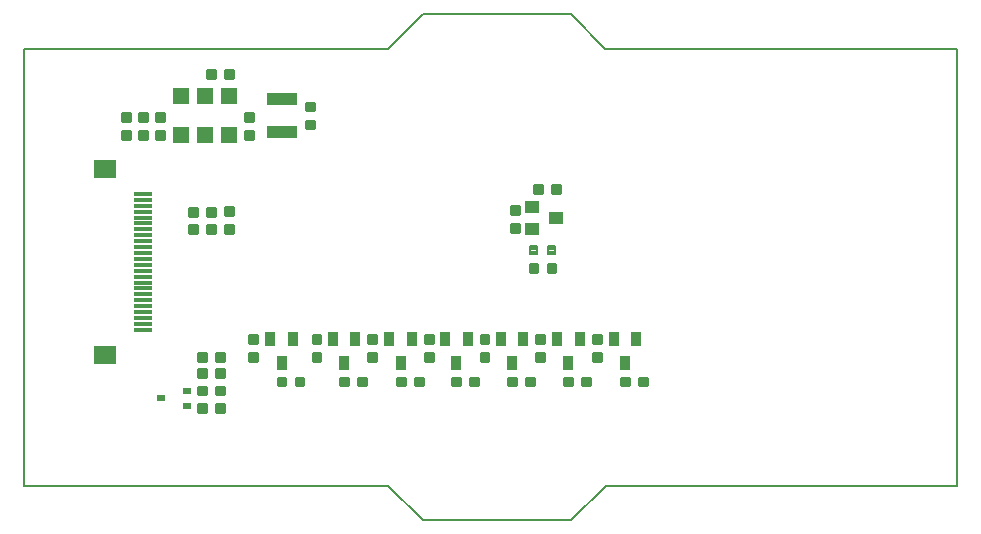
<source format=gtp>
G75*
%MOIN*%
%OFA0B0*%
%FSLAX25Y25*%
%IPPOS*%
%LPD*%
%AMOC8*
5,1,8,0,0,1.08239X$1,22.5*
%
%ADD10C,0.00600*%
%ADD11C,0.00875*%
%ADD12R,0.05500X0.05500*%
%ADD13C,0.00750*%
%ADD14R,0.06299X0.01181*%
%ADD15R,0.07677X0.06299*%
%ADD16R,0.09843X0.03937*%
%ADD17R,0.03150X0.01969*%
%ADD18R,0.03500X0.04500*%
%ADD19R,0.04500X0.04000*%
D10*
X0008065Y0019400D02*
X0008065Y0165069D01*
X0129265Y0165069D01*
X0140865Y0176669D01*
X0190365Y0176669D01*
X0201665Y0165069D01*
X0319089Y0165069D01*
X0319089Y0019400D01*
X0201965Y0019400D01*
X0190365Y0007800D01*
X0140865Y0007800D01*
X0129265Y0019400D01*
X0008065Y0019400D01*
D11*
X0066113Y0046708D02*
X0068739Y0046708D01*
X0068739Y0044082D01*
X0066113Y0044082D01*
X0066113Y0046708D01*
X0066113Y0044956D02*
X0068739Y0044956D01*
X0068739Y0045830D02*
X0066113Y0045830D01*
X0066113Y0046704D02*
X0068739Y0046704D01*
X0072113Y0046708D02*
X0074739Y0046708D01*
X0074739Y0044082D01*
X0072113Y0044082D01*
X0072113Y0046708D01*
X0072113Y0044956D02*
X0074739Y0044956D01*
X0074739Y0045830D02*
X0072113Y0045830D01*
X0072113Y0046704D02*
X0074739Y0046704D01*
X0074739Y0052408D02*
X0072113Y0052408D01*
X0074739Y0052408D02*
X0074739Y0049782D01*
X0072113Y0049782D01*
X0072113Y0052408D01*
X0072113Y0050656D02*
X0074739Y0050656D01*
X0074739Y0051530D02*
X0072113Y0051530D01*
X0072113Y0052404D02*
X0074739Y0052404D01*
X0074739Y0058108D02*
X0072113Y0058108D01*
X0074739Y0058108D02*
X0074739Y0055482D01*
X0072113Y0055482D01*
X0072113Y0058108D01*
X0072113Y0056356D02*
X0074739Y0056356D01*
X0074739Y0057230D02*
X0072113Y0057230D01*
X0072113Y0058104D02*
X0074739Y0058104D01*
X0074739Y0063708D02*
X0072113Y0063708D01*
X0074739Y0063708D02*
X0074739Y0061082D01*
X0072113Y0061082D01*
X0072113Y0063708D01*
X0072113Y0061956D02*
X0074739Y0061956D01*
X0074739Y0062830D02*
X0072113Y0062830D01*
X0072113Y0063704D02*
X0074739Y0063704D01*
X0068739Y0063708D02*
X0066113Y0063708D01*
X0068739Y0063708D02*
X0068739Y0061082D01*
X0066113Y0061082D01*
X0066113Y0063708D01*
X0066113Y0061956D02*
X0068739Y0061956D01*
X0068739Y0062830D02*
X0066113Y0062830D01*
X0066113Y0063704D02*
X0068739Y0063704D01*
X0068739Y0058108D02*
X0066113Y0058108D01*
X0068739Y0058108D02*
X0068739Y0055482D01*
X0066113Y0055482D01*
X0066113Y0058108D01*
X0066113Y0056356D02*
X0068739Y0056356D01*
X0068739Y0057230D02*
X0066113Y0057230D01*
X0066113Y0058104D02*
X0068739Y0058104D01*
X0068739Y0052408D02*
X0066113Y0052408D01*
X0068739Y0052408D02*
X0068739Y0049782D01*
X0066113Y0049782D01*
X0066113Y0052408D01*
X0066113Y0050656D02*
X0068739Y0050656D01*
X0068739Y0051530D02*
X0066113Y0051530D01*
X0066113Y0052404D02*
X0068739Y0052404D01*
X0082957Y0060848D02*
X0082957Y0063474D01*
X0085583Y0063474D01*
X0085583Y0060848D01*
X0082957Y0060848D01*
X0082957Y0061722D02*
X0085583Y0061722D01*
X0085583Y0062596D02*
X0082957Y0062596D01*
X0082957Y0063470D02*
X0085583Y0063470D01*
X0082957Y0066848D02*
X0082957Y0069474D01*
X0085583Y0069474D01*
X0085583Y0066848D01*
X0082957Y0066848D01*
X0082957Y0067722D02*
X0085583Y0067722D01*
X0085583Y0068596D02*
X0082957Y0068596D01*
X0082957Y0069470D02*
X0085583Y0069470D01*
X0104157Y0069474D02*
X0104157Y0066848D01*
X0104157Y0069474D02*
X0106783Y0069474D01*
X0106783Y0066848D01*
X0104157Y0066848D01*
X0104157Y0067722D02*
X0106783Y0067722D01*
X0106783Y0068596D02*
X0104157Y0068596D01*
X0104157Y0069470D02*
X0106783Y0069470D01*
X0104157Y0063474D02*
X0104157Y0060848D01*
X0104157Y0063474D02*
X0106783Y0063474D01*
X0106783Y0060848D01*
X0104157Y0060848D01*
X0104157Y0061722D02*
X0106783Y0061722D01*
X0106783Y0062596D02*
X0104157Y0062596D01*
X0104157Y0063470D02*
X0106783Y0063470D01*
X0101117Y0052792D02*
X0098491Y0052792D01*
X0098491Y0055418D01*
X0101117Y0055418D01*
X0101117Y0052792D01*
X0101117Y0053666D02*
X0098491Y0053666D01*
X0098491Y0054540D02*
X0101117Y0054540D01*
X0101117Y0055414D02*
X0098491Y0055414D01*
X0095117Y0052792D02*
X0092491Y0052792D01*
X0092491Y0055418D01*
X0095117Y0055418D01*
X0095117Y0052792D01*
X0095117Y0053666D02*
X0092491Y0053666D01*
X0092491Y0054540D02*
X0095117Y0054540D01*
X0095117Y0055414D02*
X0092491Y0055414D01*
X0113291Y0052792D02*
X0115917Y0052792D01*
X0113291Y0052792D02*
X0113291Y0055418D01*
X0115917Y0055418D01*
X0115917Y0052792D01*
X0115917Y0053666D02*
X0113291Y0053666D01*
X0113291Y0054540D02*
X0115917Y0054540D01*
X0115917Y0055414D02*
X0113291Y0055414D01*
X0119291Y0052792D02*
X0121917Y0052792D01*
X0119291Y0052792D02*
X0119291Y0055418D01*
X0121917Y0055418D01*
X0121917Y0052792D01*
X0121917Y0053666D02*
X0119291Y0053666D01*
X0119291Y0054540D02*
X0121917Y0054540D01*
X0121917Y0055414D02*
X0119291Y0055414D01*
X0122757Y0060848D02*
X0122757Y0063474D01*
X0125383Y0063474D01*
X0125383Y0060848D01*
X0122757Y0060848D01*
X0122757Y0061722D02*
X0125383Y0061722D01*
X0125383Y0062596D02*
X0122757Y0062596D01*
X0122757Y0063470D02*
X0125383Y0063470D01*
X0122757Y0066848D02*
X0122757Y0069474D01*
X0125383Y0069474D01*
X0125383Y0066848D01*
X0122757Y0066848D01*
X0122757Y0067722D02*
X0125383Y0067722D01*
X0125383Y0068596D02*
X0122757Y0068596D01*
X0122757Y0069470D02*
X0125383Y0069470D01*
X0141657Y0069474D02*
X0141657Y0066848D01*
X0141657Y0069474D02*
X0144283Y0069474D01*
X0144283Y0066848D01*
X0141657Y0066848D01*
X0141657Y0067722D02*
X0144283Y0067722D01*
X0144283Y0068596D02*
X0141657Y0068596D01*
X0141657Y0069470D02*
X0144283Y0069470D01*
X0141657Y0063474D02*
X0141657Y0060848D01*
X0141657Y0063474D02*
X0144283Y0063474D01*
X0144283Y0060848D01*
X0141657Y0060848D01*
X0141657Y0061722D02*
X0144283Y0061722D01*
X0144283Y0062596D02*
X0141657Y0062596D01*
X0141657Y0063470D02*
X0144283Y0063470D01*
X0140817Y0052792D02*
X0138191Y0052792D01*
X0138191Y0055418D01*
X0140817Y0055418D01*
X0140817Y0052792D01*
X0140817Y0053666D02*
X0138191Y0053666D01*
X0138191Y0054540D02*
X0140817Y0054540D01*
X0140817Y0055414D02*
X0138191Y0055414D01*
X0134817Y0052792D02*
X0132191Y0052792D01*
X0132191Y0055418D01*
X0134817Y0055418D01*
X0134817Y0052792D01*
X0134817Y0053666D02*
X0132191Y0053666D01*
X0132191Y0054540D02*
X0134817Y0054540D01*
X0134817Y0055414D02*
X0132191Y0055414D01*
X0150791Y0052792D02*
X0153417Y0052792D01*
X0150791Y0052792D02*
X0150791Y0055418D01*
X0153417Y0055418D01*
X0153417Y0052792D01*
X0153417Y0053666D02*
X0150791Y0053666D01*
X0150791Y0054540D02*
X0153417Y0054540D01*
X0153417Y0055414D02*
X0150791Y0055414D01*
X0156791Y0052792D02*
X0159417Y0052792D01*
X0156791Y0052792D02*
X0156791Y0055418D01*
X0159417Y0055418D01*
X0159417Y0052792D01*
X0159417Y0053666D02*
X0156791Y0053666D01*
X0156791Y0054540D02*
X0159417Y0054540D01*
X0159417Y0055414D02*
X0156791Y0055414D01*
X0160157Y0060848D02*
X0160157Y0063474D01*
X0162783Y0063474D01*
X0162783Y0060848D01*
X0160157Y0060848D01*
X0160157Y0061722D02*
X0162783Y0061722D01*
X0162783Y0062596D02*
X0160157Y0062596D01*
X0160157Y0063470D02*
X0162783Y0063470D01*
X0160157Y0066848D02*
X0160157Y0069474D01*
X0162783Y0069474D01*
X0162783Y0066848D01*
X0160157Y0066848D01*
X0160157Y0067722D02*
X0162783Y0067722D01*
X0162783Y0068596D02*
X0160157Y0068596D01*
X0160157Y0069470D02*
X0162783Y0069470D01*
X0178757Y0069474D02*
X0178757Y0066848D01*
X0178757Y0069474D02*
X0181383Y0069474D01*
X0181383Y0066848D01*
X0178757Y0066848D01*
X0178757Y0067722D02*
X0181383Y0067722D01*
X0181383Y0068596D02*
X0178757Y0068596D01*
X0178757Y0069470D02*
X0181383Y0069470D01*
X0178757Y0063474D02*
X0178757Y0060848D01*
X0178757Y0063474D02*
X0181383Y0063474D01*
X0181383Y0060848D01*
X0178757Y0060848D01*
X0178757Y0061722D02*
X0181383Y0061722D01*
X0181383Y0062596D02*
X0178757Y0062596D01*
X0178757Y0063470D02*
X0181383Y0063470D01*
X0178017Y0052792D02*
X0175391Y0052792D01*
X0175391Y0055418D01*
X0178017Y0055418D01*
X0178017Y0052792D01*
X0178017Y0053666D02*
X0175391Y0053666D01*
X0175391Y0054540D02*
X0178017Y0054540D01*
X0178017Y0055414D02*
X0175391Y0055414D01*
X0172017Y0052792D02*
X0169391Y0052792D01*
X0169391Y0055418D01*
X0172017Y0055418D01*
X0172017Y0052792D01*
X0172017Y0053666D02*
X0169391Y0053666D01*
X0169391Y0054540D02*
X0172017Y0054540D01*
X0172017Y0055414D02*
X0169391Y0055414D01*
X0188091Y0052792D02*
X0190717Y0052792D01*
X0188091Y0052792D02*
X0188091Y0055418D01*
X0190717Y0055418D01*
X0190717Y0052792D01*
X0190717Y0053666D02*
X0188091Y0053666D01*
X0188091Y0054540D02*
X0190717Y0054540D01*
X0190717Y0055414D02*
X0188091Y0055414D01*
X0194091Y0052792D02*
X0196717Y0052792D01*
X0194091Y0052792D02*
X0194091Y0055418D01*
X0196717Y0055418D01*
X0196717Y0052792D01*
X0196717Y0053666D02*
X0194091Y0053666D01*
X0194091Y0054540D02*
X0196717Y0054540D01*
X0196717Y0055414D02*
X0194091Y0055414D01*
X0197557Y0060848D02*
X0197557Y0063474D01*
X0200183Y0063474D01*
X0200183Y0060848D01*
X0197557Y0060848D01*
X0197557Y0061722D02*
X0200183Y0061722D01*
X0200183Y0062596D02*
X0197557Y0062596D01*
X0197557Y0063470D02*
X0200183Y0063470D01*
X0197557Y0066848D02*
X0197557Y0069474D01*
X0200183Y0069474D01*
X0200183Y0066848D01*
X0197557Y0066848D01*
X0197557Y0067722D02*
X0200183Y0067722D01*
X0200183Y0068596D02*
X0197557Y0068596D01*
X0197557Y0069470D02*
X0200183Y0069470D01*
X0206891Y0052792D02*
X0209517Y0052792D01*
X0206891Y0052792D02*
X0206891Y0055418D01*
X0209517Y0055418D01*
X0209517Y0052792D01*
X0209517Y0053666D02*
X0206891Y0053666D01*
X0206891Y0054540D02*
X0209517Y0054540D01*
X0209517Y0055414D02*
X0206891Y0055414D01*
X0212891Y0052792D02*
X0215517Y0052792D01*
X0212891Y0052792D02*
X0212891Y0055418D01*
X0215517Y0055418D01*
X0215517Y0052792D01*
X0215517Y0053666D02*
X0212891Y0053666D01*
X0212891Y0054540D02*
X0215517Y0054540D01*
X0215517Y0055414D02*
X0212891Y0055414D01*
X0185117Y0090492D02*
X0182491Y0090492D01*
X0182491Y0093118D01*
X0185117Y0093118D01*
X0185117Y0090492D01*
X0185117Y0091366D02*
X0182491Y0091366D01*
X0182491Y0092240D02*
X0185117Y0092240D01*
X0185117Y0093114D02*
X0182491Y0093114D01*
X0179117Y0090492D02*
X0176491Y0090492D01*
X0176491Y0093118D01*
X0179117Y0093118D01*
X0179117Y0090492D01*
X0179117Y0091366D02*
X0176491Y0091366D01*
X0176491Y0092240D02*
X0179117Y0092240D01*
X0179117Y0093114D02*
X0176491Y0093114D01*
X0170357Y0104048D02*
X0170357Y0106674D01*
X0172983Y0106674D01*
X0172983Y0104048D01*
X0170357Y0104048D01*
X0170357Y0104922D02*
X0172983Y0104922D01*
X0172983Y0105796D02*
X0170357Y0105796D01*
X0170357Y0106670D02*
X0172983Y0106670D01*
X0170357Y0110048D02*
X0170357Y0112674D01*
X0172983Y0112674D01*
X0172983Y0110048D01*
X0170357Y0110048D01*
X0170357Y0110922D02*
X0172983Y0110922D01*
X0172983Y0111796D02*
X0170357Y0111796D01*
X0170357Y0112670D02*
X0172983Y0112670D01*
X0178091Y0116892D02*
X0180717Y0116892D01*
X0178091Y0116892D02*
X0178091Y0119518D01*
X0180717Y0119518D01*
X0180717Y0116892D01*
X0180717Y0117766D02*
X0178091Y0117766D01*
X0178091Y0118640D02*
X0180717Y0118640D01*
X0180717Y0119514D02*
X0178091Y0119514D01*
X0184091Y0116892D02*
X0186717Y0116892D01*
X0184091Y0116892D02*
X0184091Y0119518D01*
X0186717Y0119518D01*
X0186717Y0116892D01*
X0186717Y0117766D02*
X0184091Y0117766D01*
X0184091Y0118640D02*
X0186717Y0118640D01*
X0186717Y0119514D02*
X0184091Y0119514D01*
X0102057Y0138448D02*
X0102057Y0141074D01*
X0104683Y0141074D01*
X0104683Y0138448D01*
X0102057Y0138448D01*
X0102057Y0139322D02*
X0104683Y0139322D01*
X0104683Y0140196D02*
X0102057Y0140196D01*
X0102057Y0141070D02*
X0104683Y0141070D01*
X0102057Y0144448D02*
X0102057Y0147074D01*
X0104683Y0147074D01*
X0104683Y0144448D01*
X0102057Y0144448D01*
X0102057Y0145322D02*
X0104683Y0145322D01*
X0104683Y0146196D02*
X0102057Y0146196D01*
X0102057Y0147070D02*
X0104683Y0147070D01*
X0081757Y0143674D02*
X0081757Y0141048D01*
X0081757Y0143674D02*
X0084383Y0143674D01*
X0084383Y0141048D01*
X0081757Y0141048D01*
X0081757Y0141922D02*
X0084383Y0141922D01*
X0084383Y0142796D02*
X0081757Y0142796D01*
X0081757Y0143670D02*
X0084383Y0143670D01*
X0081757Y0137674D02*
X0081757Y0135048D01*
X0081757Y0137674D02*
X0084383Y0137674D01*
X0084383Y0135048D01*
X0081757Y0135048D01*
X0081757Y0135922D02*
X0084383Y0135922D01*
X0084383Y0136796D02*
X0081757Y0136796D01*
X0081757Y0137670D02*
X0084383Y0137670D01*
X0077539Y0157908D02*
X0074913Y0157908D01*
X0077539Y0157908D02*
X0077539Y0155282D01*
X0074913Y0155282D01*
X0074913Y0157908D01*
X0074913Y0156156D02*
X0077539Y0156156D01*
X0077539Y0157030D02*
X0074913Y0157030D01*
X0074913Y0157904D02*
X0077539Y0157904D01*
X0071539Y0157908D02*
X0068913Y0157908D01*
X0071539Y0157908D02*
X0071539Y0155282D01*
X0068913Y0155282D01*
X0068913Y0157908D01*
X0068913Y0156156D02*
X0071539Y0156156D01*
X0071539Y0157030D02*
X0068913Y0157030D01*
X0068913Y0157904D02*
X0071539Y0157904D01*
X0052057Y0143674D02*
X0052057Y0141048D01*
X0052057Y0143674D02*
X0054683Y0143674D01*
X0054683Y0141048D01*
X0052057Y0141048D01*
X0052057Y0141922D02*
X0054683Y0141922D01*
X0054683Y0142796D02*
X0052057Y0142796D01*
X0052057Y0143670D02*
X0054683Y0143670D01*
X0046357Y0143674D02*
X0046357Y0141048D01*
X0046357Y0143674D02*
X0048983Y0143674D01*
X0048983Y0141048D01*
X0046357Y0141048D01*
X0046357Y0141922D02*
X0048983Y0141922D01*
X0048983Y0142796D02*
X0046357Y0142796D01*
X0046357Y0143670D02*
X0048983Y0143670D01*
X0040657Y0143674D02*
X0040657Y0141048D01*
X0040657Y0143674D02*
X0043283Y0143674D01*
X0043283Y0141048D01*
X0040657Y0141048D01*
X0040657Y0141922D02*
X0043283Y0141922D01*
X0043283Y0142796D02*
X0040657Y0142796D01*
X0040657Y0143670D02*
X0043283Y0143670D01*
X0040657Y0137674D02*
X0040657Y0135048D01*
X0040657Y0137674D02*
X0043283Y0137674D01*
X0043283Y0135048D01*
X0040657Y0135048D01*
X0040657Y0135922D02*
X0043283Y0135922D01*
X0043283Y0136796D02*
X0040657Y0136796D01*
X0040657Y0137670D02*
X0043283Y0137670D01*
X0046357Y0137674D02*
X0046357Y0135048D01*
X0046357Y0137674D02*
X0048983Y0137674D01*
X0048983Y0135048D01*
X0046357Y0135048D01*
X0046357Y0135922D02*
X0048983Y0135922D01*
X0048983Y0136796D02*
X0046357Y0136796D01*
X0046357Y0137670D02*
X0048983Y0137670D01*
X0052057Y0137674D02*
X0052057Y0135048D01*
X0052057Y0137674D02*
X0054683Y0137674D01*
X0054683Y0135048D01*
X0052057Y0135048D01*
X0052057Y0135922D02*
X0054683Y0135922D01*
X0054683Y0136796D02*
X0052057Y0136796D01*
X0052057Y0137670D02*
X0054683Y0137670D01*
X0063013Y0112008D02*
X0065639Y0112008D01*
X0065639Y0109382D01*
X0063013Y0109382D01*
X0063013Y0112008D01*
X0063013Y0110256D02*
X0065639Y0110256D01*
X0065639Y0111130D02*
X0063013Y0111130D01*
X0063013Y0112004D02*
X0065639Y0112004D01*
X0069013Y0112008D02*
X0071639Y0112008D01*
X0071639Y0109382D01*
X0069013Y0109382D01*
X0069013Y0112008D01*
X0069013Y0110256D02*
X0071639Y0110256D01*
X0071639Y0111130D02*
X0069013Y0111130D01*
X0069013Y0112004D02*
X0071639Y0112004D01*
X0075057Y0112174D02*
X0075057Y0109548D01*
X0075057Y0112174D02*
X0077683Y0112174D01*
X0077683Y0109548D01*
X0075057Y0109548D01*
X0075057Y0110422D02*
X0077683Y0110422D01*
X0077683Y0111296D02*
X0075057Y0111296D01*
X0075057Y0112170D02*
X0077683Y0112170D01*
X0075057Y0106174D02*
X0075057Y0103548D01*
X0075057Y0106174D02*
X0077683Y0106174D01*
X0077683Y0103548D01*
X0075057Y0103548D01*
X0075057Y0104422D02*
X0077683Y0104422D01*
X0077683Y0105296D02*
X0075057Y0105296D01*
X0075057Y0106170D02*
X0077683Y0106170D01*
X0071639Y0106308D02*
X0069013Y0106308D01*
X0071639Y0106308D02*
X0071639Y0103682D01*
X0069013Y0103682D01*
X0069013Y0106308D01*
X0069013Y0104556D02*
X0071639Y0104556D01*
X0071639Y0105430D02*
X0069013Y0105430D01*
X0069013Y0106304D02*
X0071639Y0106304D01*
X0065639Y0106308D02*
X0063013Y0106308D01*
X0065639Y0106308D02*
X0065639Y0103682D01*
X0063013Y0103682D01*
X0063013Y0106308D01*
X0063013Y0104556D02*
X0065639Y0104556D01*
X0065639Y0105430D02*
X0063013Y0105430D01*
X0063013Y0106304D02*
X0065639Y0106304D01*
D12*
X0068360Y0136339D03*
X0076260Y0136339D03*
X0060270Y0136361D03*
X0060270Y0149361D03*
X0068360Y0149339D03*
X0076260Y0149339D03*
D13*
X0176679Y0096630D02*
X0178929Y0096630D01*
X0176679Y0096630D02*
X0176679Y0099380D01*
X0178929Y0099380D01*
X0178929Y0096630D01*
X0178929Y0097379D02*
X0176679Y0097379D01*
X0176679Y0098128D02*
X0178929Y0098128D01*
X0178929Y0098877D02*
X0176679Y0098877D01*
X0182679Y0096630D02*
X0184929Y0096630D01*
X0182679Y0096630D02*
X0182679Y0099380D01*
X0184929Y0099380D01*
X0184929Y0096630D01*
X0184929Y0097379D02*
X0182679Y0097379D01*
X0182679Y0098128D02*
X0184929Y0098128D01*
X0184929Y0098877D02*
X0182679Y0098877D01*
D14*
X0047632Y0098887D03*
X0047632Y0100855D03*
X0047632Y0102824D03*
X0047632Y0104792D03*
X0047632Y0106761D03*
X0047632Y0108729D03*
X0047632Y0110698D03*
X0047632Y0112666D03*
X0047632Y0114635D03*
X0047632Y0116603D03*
X0047632Y0096918D03*
X0047632Y0094950D03*
X0047632Y0092981D03*
X0047632Y0091013D03*
X0047632Y0089044D03*
X0047632Y0087076D03*
X0047632Y0085107D03*
X0047632Y0083139D03*
X0047632Y0081170D03*
X0047632Y0079202D03*
X0047632Y0077233D03*
X0047632Y0075265D03*
X0047632Y0073296D03*
X0047632Y0071328D03*
D15*
X0034837Y0062863D03*
X0034837Y0125068D03*
D16*
X0093826Y0137390D03*
X0093826Y0148201D03*
D17*
X0062170Y0051020D03*
X0062170Y0045902D03*
X0053508Y0048461D03*
D18*
X0090086Y0068195D03*
X0097566Y0068195D03*
X0093826Y0060195D03*
X0110886Y0068195D03*
X0118366Y0068195D03*
X0114626Y0060195D03*
X0129786Y0068195D03*
X0137266Y0068195D03*
X0133526Y0060195D03*
X0148386Y0068195D03*
X0155866Y0068195D03*
X0152126Y0060195D03*
X0166986Y0068095D03*
X0174466Y0068095D03*
X0185686Y0068095D03*
X0193166Y0068095D03*
X0204486Y0068095D03*
X0211966Y0068095D03*
X0208226Y0060095D03*
X0189426Y0060095D03*
X0170726Y0060095D03*
D19*
X0177470Y0104820D03*
X0185470Y0108561D03*
X0177470Y0112301D03*
M02*

</source>
